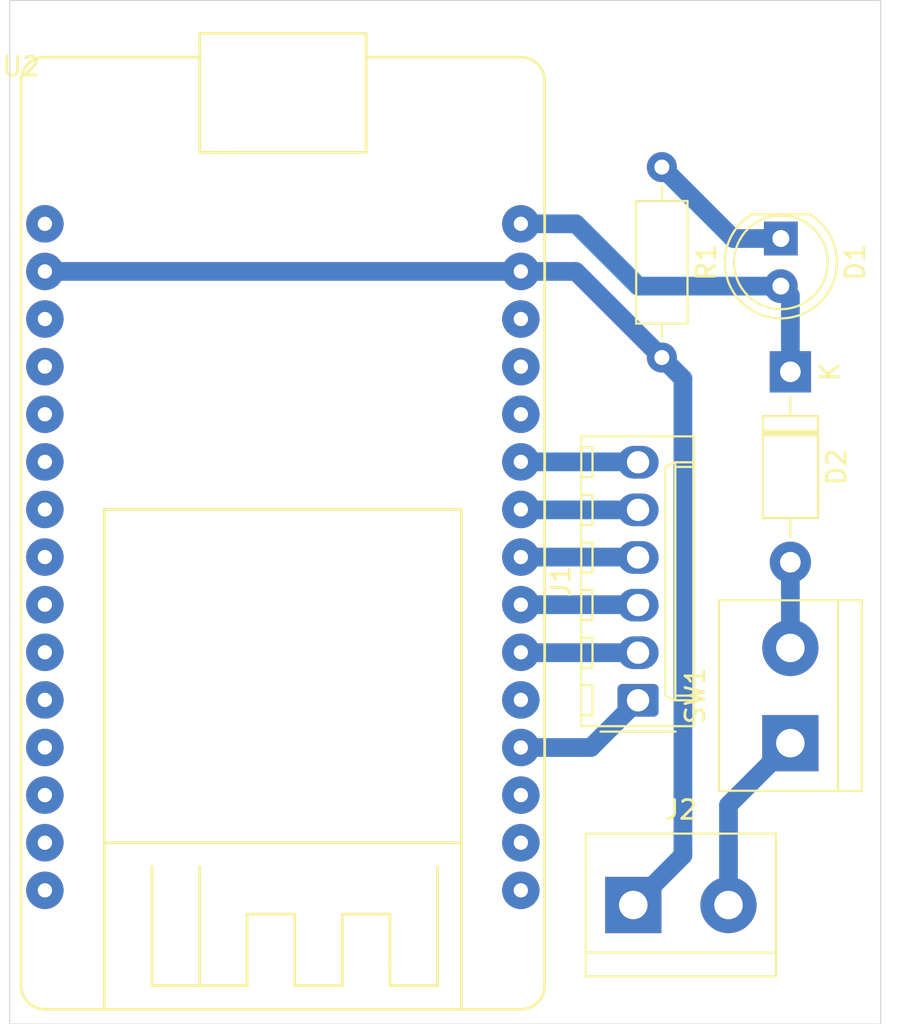
<source format=kicad_pcb>
(kicad_pcb (version 20240108) (generator "pcbnew") (generator_version "8.0")
  (layers (0 "F.Cu" signal) (31 "B.Cu" signal) (34 "B.Paste" user) (35 "F.Paste" user) (36 "B.SilkS" user "B.Silkscreen") (37 "F.SilkS" user "F.Silkscreen") (38 "B.Mask" user) (39 "F.Mask" user) (44 "Edge.Cuts" user))
  (net 0 "")
  (net 1 "+5V")
  (net 2 "Net-(D2-A)")
  (net 3 "AIN2 MONSTER SHIELD")
  (net 4 "PWM A MONSTER SHIELD")
  (net 5 "PWM B MONSTER SHIELD")
  (net 6 "BIN 1 MONSTER SHIELD")
  (net 7 "AIN1 MONSTER SHIELD")
  (net 8 "BIN 2 MONSTER SHIELD")
  (net 9 "GND")
  (net 10 "Net-(J2-Pin_2)")
  (net 32 "Net-(D1-K)")
  (footprint "Diode_THT:D_DO-41_SOD81_P10.16mm_Horizontal" (layer "F.Cu") (at 141.732 62.484 -90)
    (property "Reference" "D2" (at 5.08 -2.47 90) (layer "F.SilkS"))
    (property "Value" "1N4007")
    (fp_line (start 2.36 1.47) (end 7.8 1.47) (stroke (width 0.12)) (layer "F.SilkS"))
    (fp_line (start 7.8 1.47) (end 7.8 -1.47) (stroke (width 0.12)) (layer "F.SilkS"))
    (fp_line (start 1.34 0) (end 2.36 0) (stroke (width 0.12)) (layer "F.SilkS"))
    (fp_line (start 8.82 0) (end 7.8 0) (stroke (width 0.12)) (layer "F.SilkS"))
    (fp_line (start 2.36 -1.47) (end 2.36 1.47) (stroke (width 0.12)) (layer "F.SilkS"))
    (fp_line (start 3.14 -1.47) (end 3.14 1.47) (stroke (width 0.12)) (layer "F.SilkS"))
    (fp_line (start 3.26 -1.47) (end 3.26 1.47) (stroke (width 0.12)) (layer "F.SilkS"))
    (fp_line (start 3.38 -1.47) (end 3.38 1.47) (stroke (width 0.12)) (layer "F.SilkS"))
    (fp_line (start 7.8 -1.47) (end 2.36 -1.47) (stroke (width 0.12)) (layer "F.SilkS"))
    (fp_text user "K" (at 0 -2.1 90) (layer "F.SilkS"))
    (pad "1" thru_hole rect (at 0 0 270) (size 2.2 2.2) (drill 1.1) (layers "*.Cu" "*.Mask") (net 1 "+5V"))
    (pad "2" thru_hole oval (at 10.16 0 270) (size 2.2 2.2) (drill 1.1) (layers "*.Cu" "*.Mask") (net 2 "Net-(D2-A)"))
  )
  (footprint "LED_THT:LED_D5.0mm" (layer "F.Cu") (at 141.224 55.372 -90)
    (property "Reference" "D1" (at 1.27 -3.96 90) (layer "F.SilkS"))
    (property "Value" "Led Prendido")
    (fp_line (start -1.29 -1.545) (end -1.29 1.545) (stroke (width 0.12)) (layer "F.SilkS"))
    (fp_arc (start 4.26 -0.000462) (mid 2.072002 2.880433) (end -1.29 1.54483) (stroke (width 0.12)) (layer "F.SilkS"))
    (fp_arc (start -1.29 -1.54483) (mid 2.072002 -2.880433) (end 4.26 0.000462) (stroke (width 0.12)) (layer "F.SilkS"))
    (fp_circle (center 1.27 0) (end 3.77 0) (stroke (width 0.12)) (fill none) (layer "F.SilkS"))
    (pad "1" thru_hole rect (at 0 0 270) (size 1.8 1.8) (drill 0.9) (layers "*.Cu" "*.Mask") (net 32 "Net-(D1-K)"))
    (pad "2" thru_hole circle (at 2.54 0 270) (size 1.8 1.8) (drill 0.9) (layers "*.Cu" "*.Mask") (net 1 "+5V"))
  )
  (footprint "Resistor_THT:R_Axial_DIN0207_L6.3mm_D2.5mm_P10.16mm_Horizontal" (layer "F.Cu") (at 134.874 51.562 -90)
    (property "Reference" "R1" (at 5.08 -2.37 -90) (layer "F.SilkS"))
    (property "Value" "220")
    (fp_line (start 1.81 1.37) (end 8.35 1.37) (stroke (width 0.12)) (layer "F.SilkS"))
    (fp_line (start 8.35 1.37) (end 8.35 -1.37) (stroke (width 0.12)) (layer "F.SilkS"))
    (fp_line (start 1.04 0) (end 1.81 0) (stroke (width 0.12)) (layer "F.SilkS"))
    (fp_line (start 9.12 0) (end 8.35 0) (stroke (width 0.12)) (layer "F.SilkS"))
    (fp_line (start 1.81 -1.37) (end 1.81 1.37) (stroke (width 0.12)) (layer "F.SilkS"))
    (fp_line (start 8.35 -1.37) (end 1.81 -1.37) (stroke (width 0.12)) (layer "F.SilkS"))
    (pad "1" thru_hole circle (at 0 0 270) (size 1.6 1.6) (drill 0.8) (layers "*.Cu" "*.Mask") (net 32 "Net-(D1-K)"))
    (pad "2" thru_hole oval (at 10.16 0 270) (size 1.6 1.6) (drill 0.8) (layers "*.Cu" "*.Mask") (net 9 "GND"))
  )
  (footprint "Connector_Molex:Molex_KK-254_AE-6410-06A_1x06_P2.54mm_Vertical" (layer "F.Cu") (at 133.604 80.01 90)
    (property "Reference" "J1" (at 6.35 -4.12 90) (layer "F.SilkS"))
    (property "Value" "Pines Motores")
    (fp_line (start 14.08 -3.03) (end -1.38 -3.03) (stroke (width 0.12)) (layer "F.SilkS"))
    (fp_line (start 11.9 -3.03) (end 11.9 -2.43) (stroke (width 0.12)) (layer "F.SilkS"))
    (fp_line (start 9.36 -3.03) (end 9.36 -2.43) (stroke (width 0.12)) (layer "F.SilkS"))
    (fp_line (start 6.82 -3.03) (end 6.82 -2.43) (stroke (width 0.12)) (layer "F.SilkS"))
    (fp_line (start 4.28 -3.03) (end 4.28 -2.43) (stroke (width 0.12)) (layer "F.SilkS"))
    (fp_line (start 1.74 -3.03) (end 1.74 -2.43) (stroke (width 0.12)) (layer "F.SilkS"))
    (fp_line (start -0.8 -3.03) (end -0.8 -2.43) (stroke (width 0.12)) (layer "F.SilkS"))
    (fp_line (start -1.38 -3.03) (end -1.38 2.99) (stroke (width 0.12)) (layer "F.SilkS"))
    (fp_line (start 13.5 -2.43) (end 13.5 -3.03) (stroke (width 0.12)) (layer "F.SilkS"))
    (fp_line (start 11.9 -2.43) (end 13.5 -2.43) (stroke (width 0.12)) (layer "F.SilkS"))
    (fp_line (start 10.96 -2.43) (end 10.96 -3.03) (stroke (width 0.12)) (layer "F.SilkS"))
    (fp_line (start 9.36 -2.43) (end 10.96 -2.43) (stroke (width 0.12)) (layer "F.SilkS"))
    (fp_line (start 8.42 -2.43) (end 8.42 -3.03) (stroke (width 0.12)) (layer "F.SilkS"))
    (fp_line (start 6.82 -2.43) (end 8.42 -2.43) (stroke (width 0.12)) (layer "F.SilkS"))
    (fp_line (start 5.88 -2.43) (end 5.88 -3.03) (stroke (width 0.12)) (layer "F.SilkS"))
    (fp_line (start 4.28 -2.43) (end 5.88 -2.43) (stroke (width 0.12)) (layer "F.SilkS"))
    (fp_line (start 3.34 -2.43) (end 3.34 -3.03) (stroke (width 0.12)) (layer "F.SilkS"))
    (fp_line (start 1.74 -2.43) (end 3.34 -2.43) (stroke (width 0.12)) (layer "F.SilkS"))
    (fp_line (start 0.8 -2.43) (end 0.8 -3.03) (stroke (width 0.12)) (layer "F.SilkS"))
    (fp_line (start -0.8 -2.43) (end 0.8 -2.43) (stroke (width 0.12)) (layer "F.SilkS"))
    (fp_line (start -1.67 -2) (end -1.67 2) (stroke (width 0.12)) (layer "F.SilkS"))
    (fp_line (start 12.45 1.46) (end 12.7 1.99) (stroke (width 0.12)) (layer "F.SilkS"))
    (fp_line (start 0.25 1.46) (end 12.45 1.46) (stroke (width 0.12)) (layer "F.SilkS"))
    (fp_line (start 12.7 1.99) (end 12.7 2.99) (stroke (width 0.12)) (layer "F.SilkS"))
    (fp_line (start 0 1.99) (end 0.25 1.46) (stroke (width 0.12)) (layer "F.SilkS"))
    (fp_line (start 0 1.99) (end 12.7 1.99) (stroke (width 0.12)) (layer "F.SilkS"))
    (fp_line (start 14.08 2.99) (end 14.08 -3.03) (stroke (width 0.12)) (layer "F.SilkS"))
    (fp_line (start 12.45 2.99) (end 12.45 1.99) (stroke (width 0.12)) (layer "F.SilkS"))
    (fp_line (start 0.25 2.99) (end 0.25 1.99) (stroke (width 0.12)) (layer "F.SilkS"))
    (fp_line (start 0 2.99) (end 0 1.99) (stroke (width 0.12)) (layer "F.SilkS"))
    (fp_line (start -1.38 2.99) (end 14.08 2.99) (stroke (width 0.12)) (layer "F.SilkS"))
    (pad "1" thru_hole roundrect (at 0 0 90) (size 1.74 2.19) (drill 1.19) (layers "*.Cu" "*.Mask") (roundrect_rratio 0.143678) (net 6 "BIN 1 MONSTER SHIELD"))
    (pad "2" thru_hole oval (at 2.54 0 90) (size 1.74 2.19) (drill 1.19) (layers "*.Cu" "*.Mask") (net 4 "PWM A MONSTER SHIELD"))
    (pad "3" thru_hole oval (at 5.08 0 90) (size 1.74 2.19) (drill 1.19) (layers "*.Cu" "*.Mask") (net 5 "PWM B MONSTER SHIELD"))
    (pad "4" thru_hole oval (at 7.62 0 90) (size 1.74 2.19) (drill 1.19) (layers "*.Cu" "*.Mask") (net 7 "AIN1 MONSTER SHIELD"))
    (pad "5" thru_hole oval (at 10.16 0 90) (size 1.74 2.19) (drill 1.19) (layers "*.Cu" "*.Mask") (net 3 "AIN2 MONSTER SHIELD"))
    (pad "6" thru_hole oval (at 12.7 0 90) (size 1.74 2.19) (drill 1.19) (layers "*.Cu" "*.Mask") (net 8 "BIN 2 MONSTER SHIELD"))
  )
  (footprint "DOIT_ESP32:DOIT_ESP32_Devkit_mirko" (layer "F.Cu") (at 100.679 45.698)
    (property "Reference" "U2" (at 0 0.5 0) (layer "F.SilkS"))
    (property "Value" "ESP32-Devkit-V1")
    (fp_line (start 0 49.53) (end 0 1.27) (stroke (width 0.15)) (layer "F.SilkS"))
    (fp_line (start 1.27 50.8) (end 26.67 50.8) (stroke (width 0.15)) (layer "F.SilkS"))
    (fp_line (start 4.445 24.13) (end 23.495 24.13) (stroke (width 0.15)) (layer "F.SilkS"))
    (fp_line (start 4.445 50.8) (end 4.445 24.13) (stroke (width 0.15)) (layer "F.SilkS"))
    (fp_line (start 6.985 43.18) (end 6.985 49.53) (stroke (width 0.15)) (layer "F.SilkS"))
    (fp_line (start 6.985 49.53) (end 9.525 49.53) (stroke (width 0.15)) (layer "F.SilkS"))
    (fp_line (start 9.525 -1.27) (end 9.525 5.08) (stroke (width 0.15)) (layer "F.SilkS"))
    (fp_line (start 9.525 0) (end 1.27 0) (stroke (width 0.15)) (layer "F.SilkS"))
    (fp_line (start 9.525 5.08) (end 10.795 5.08) (stroke (width 0.15)) (layer "F.SilkS"))
    (fp_line (start 9.525 49.53) (end 9.525 43.18) (stroke (width 0.15)) (layer "F.SilkS"))
    (fp_line (start 9.525 49.53) (end 12.065 49.53) (stroke (width 0.15)) (layer "F.SilkS"))
    (fp_line (start 10.795 -1.27) (end 9.525 -1.27) (stroke (width 0.15)) (layer "F.SilkS"))
    (fp_line (start 12.065 -1.27) (end 10.795 -1.27) (stroke (width 0.15)) (layer "F.SilkS"))
    (fp_line (start 12.065 -1.27) (end 18.415 -1.27) (stroke (width 0.15)) (layer "F.SilkS"))
    (fp_line (start 12.065 45.72) (end 14.605 45.72) (stroke (width 0.15)) (layer "F.SilkS"))
    (fp_line (start 12.065 46.99) (end 12.065 45.72) (stroke (width 0.15)) (layer "F.SilkS"))
    (fp_line (start 12.065 49.53) (end 12.065 46.99) (stroke (width 0.15)) (layer "F.SilkS"))
    (fp_line (start 14.605 45.72) (end 14.605 49.53) (stroke (width 0.15)) (layer "F.SilkS"))
    (fp_line (start 14.605 49.53) (end 17.145 49.53) (stroke (width 0.15)) (layer "F.SilkS"))
    (fp_line (start 17.145 45.72) (end 19.685 45.72) (stroke (width 0.15)) (layer "F.SilkS"))
    (fp_line (start 17.145 49.53) (end 17.145 45.72) (stroke (width 0.15)) (layer "F.SilkS"))
    (fp_line (start 18.415 -1.27) (end 18.415 2.54) (stroke (width 0.15)) (layer "F.SilkS"))
    (fp_line (start 18.415 0) (end 26.67 0) (stroke (width 0.15)) (layer "F.SilkS"))
    (fp_line (start 18.415 3.81) (end 18.415 2.54) (stroke (width 0.15)) (layer "F.SilkS"))
    (fp_line (start 18.415 3.81) (end 18.415 5.08) (stroke (width 0.15)) (layer "F.SilkS"))
    (fp_line (start 18.415 5.08) (end 10.795 5.08) (stroke (width 0.15)) (layer "F.SilkS"))
    (fp_line (start 19.685 45.72) (end 19.685 48.26) (stroke (width 0.15)) (layer "F.SilkS"))
    (fp_line (start 19.685 48.26) (end 19.685 49.53) (stroke (width 0.15)) (layer "F.SilkS"))
    (fp_line (start 19.685 49.53) (end 22.225 49.53) (stroke (width 0.15)) (layer "F.SilkS"))
    (fp_line (start 22.225 49.53) (end 22.225 43.18) (stroke (width 0.15)) (layer "F.SilkS"))
    (fp_line (start 23.495 24.13) (end 23.495 50.8) (stroke (width 0.15)) (layer "F.SilkS"))
    (fp_line (start 23.495 41.91) (end 4.445 41.91) (stroke (width 0.15)) (layer "F.SilkS"))
    (fp_line (start 27.94 1.27) (end 27.94 49.53) (stroke (width 0.15)) (layer "F.SilkS"))
    (fp_arc (start 0 1.27) (mid 0.371974 0.371974) (end 1.27 0) (stroke (width 0.15)) (layer "F.SilkS"))
    (fp_arc (start 1.27 50.8) (mid 0.371974 50.428026) (end 0 49.53) (stroke (width 0.15)) (layer "F.SilkS"))
    (fp_arc (start 26.67 0) (mid 27.568026 0.371974) (end 27.94 1.27) (stroke (width 0.15)) (layer "F.SilkS"))
    (fp_arc (start 27.94 49.53) (mid 27.568026 50.428026) (end 26.67 50.8) (stroke (width 0.15)) (layer "F.SilkS"))
    (pad "1" thru_hole circle (at 26.67 8.89) (size 2 2) (drill 0.762) (layers "*.Cu" "*.Mask") (net 1 "+5V"))
    (pad "2" thru_hole circle (at 26.67 11.43) (size 2 2) (drill 0.762) (layers "*.Cu" "*.Mask") (net 9 "GND"))
    (pad "3" thru_hole circle (at 26.67 13.97) (size 2 2) (drill 0.762) (layers "*.Cu" "*.Mask"))
    (pad "4" thru_hole circle (at 26.67 16.51) (size 2 2) (drill 0.762) (layers "*.Cu" "*.Mask"))
    (pad "5" thru_hole circle (at 26.67 19.05) (size 2 2) (drill 0.762) (layers "*.Cu" "*.Mask"))
    (pad "6" thru_hole circle (at 26.67 21.59) (size 2 2) (drill 0.762) (layers "*.Cu" "*.Mask") (net 8 "BIN 2 MONSTER SHIELD"))
    (pad "7" thru_hole circle (at 26.67 24.13) (size 2 2) (drill 0.762) (layers "*.Cu" "*.Mask") (net 3 "AIN2 MONSTER SHIELD"))
    (pad "8" thru_hole circle (at 26.67 26.67) (size 2 2) (drill 0.762) (layers "*.Cu" "*.Mask") (net 7 "AIN1 MONSTER SHIELD"))
    (pad "9" thru_hole circle (at 26.67 29.21) (size 2 2) (drill 0.762) (layers "*.Cu" "*.Mask") (net 5 "PWM B MONSTER SHIELD"))
    (pad "10" thru_hole circle (at 26.67 31.75) (size 2 2) (drill 0.762) (layers "*.Cu" "*.Mask") (net 4 "PWM A MONSTER SHIELD"))
    (pad "11" thru_hole circle (at 26.67 34.29) (size 2 2) (drill 0.762) (layers "*.Cu" "*.Mask"))
    (pad "12" thru_hole circle (at 26.67 36.83) (size 2 2) (drill 0.762) (layers "*.Cu" "*.Mask") (net 6 "BIN 1 MONSTER SHIELD"))
    (pad "13" thru_hole circle (at 26.67 39.37) (size 2 2) (drill 0.762) (layers "*.Cu" "*.Mask"))
    (pad "14" thru_hole circle (at 26.67 41.91) (size 2 2) (drill 0.762) (layers "*.Cu" "*.Mask"))
    (pad "15" thru_hole circle (at 26.67 44.45) (size 2 2) (drill 0.762) (layers "*.Cu" "*.Mask"))
    (pad "16" thru_hole circle (at 1.27 44.45) (size 2 2) (drill 0.762) (layers "*.Cu" "*.Mask"))
    (pad "17" thru_hole circle (at 1.27 41.91) (size 2 2) (drill 0.762) (layers "*.Cu" "*.Mask"))
    (pad "18" thru_hole circle (at 1.27 39.37) (size 2 2) (drill 0.762) (layers "*.Cu" "*.Mask"))
    (pad "19" thru_hole circle (at 1.27 36.83) (size 2 2) (drill 0.762) (layers "*.Cu" "*.Mask"))
    (pad "20" thru_hole circle (at 1.27 34.29) (size 2 2) (drill 0.762) (layers "*.Cu" "*.Mask"))
    (pad "21" thru_hole circle (at 1.27 31.75) (size 2 2) (drill 0.762) (layers "*.Cu" "*.Mask"))
    (pad "22" thru_hole circle (at 1.27 29.21) (size 2 2) (drill 0.762) (layers "*.Cu" "*.Mask"))
    (pad "23" thru_hole circle (at 1.27 26.67) (size 2 2) (drill 0.762) (layers "*.Cu" "*.Mask"))
    (pad "24" thru_hole circle (at 1.27 24.13) (size 2 2) (drill 0.762) (layers "*.Cu" "*.Mask"))
    (pad "25" thru_hole circle (at 1.27 21.59) (size 2 2) (drill 0.762) (layers "*.Cu" "*.Mask"))
    (pad "26" thru_hole circle (at 1.27 19.05) (size 2 2) (drill 0.762) (layers "*.Cu" "*.Mask"))
    (pad "27" thru_hole circle (at 1.27 16.51) (size 2 2) (drill 0.762) (layers "*.Cu" "*.Mask"))
    (pad "28" thru_hole circle (at 1.27 13.97) (size 2 2) (drill 0.762) (layers "*.Cu" "*.Mask"))
    (pad "29" thru_hole circle (at 1.27 11.43) (size 2 2) (drill 0.762) (layers "*.Cu" "*.Mask") (net 9 "GND"))
    (pad "30" thru_hole circle (at 1.27 8.89) (size 2 2) (drill 0.762) (layers "*.Cu" "*.Mask"))
  )
  (footprint "TerminalBlock:TerminalBlock_bornier-2_P5.08mm" (layer "F.Cu") (at 133.35 90.932)
    (property "Reference" "J2" (at 2.54 -5.08 360) (layer "F.SilkS"))
    (property "Value" "Screw_Terminal_01x02")
    (fp_line (start -2.54 -3.81) (end -2.54 3.81) (stroke (width 0.12)) (layer "F.SilkS"))
    (fp_line (start -2.54 3.81) (end 7.62 3.81) (stroke (width 0.12)) (layer "F.SilkS"))
    (fp_line (start 7.62 -3.81) (end -2.54 -3.81) (stroke (width 0.12)) (layer "F.SilkS"))
    (fp_line (start 7.62 2.54) (end -2.54 2.54) (stroke (width 0.12)) (layer "F.SilkS"))
    (fp_line (start 7.62 3.81) (end 7.62 -3.81) (stroke (width 0.12)) (layer "F.SilkS"))
    (pad "1" thru_hole rect (at 0 0) (size 3 3) (drill 1.52) (layers "*.Cu" "*.Mask") (net 9 "GND"))
    (pad "2" thru_hole circle (at 5.08 0) (size 3 3) (drill 1.52) (layers "*.Cu" "*.Mask") (net 10 "Net-(J2-Pin_2)"))
  )
  (footprint "TerminalBlock:TerminalBlock_bornier-2_P5.08mm" (layer "F.Cu") (at 141.732 82.296 90)
    (property "Reference" "SW1" (at 2.54 -5.08 90) (layer "F.SilkS"))
    (property "Value" "SW ON/OFF")
    (fp_line (start 7.62 -3.81) (end -2.54 -3.81) (stroke (width 0.12)) (layer "F.SilkS"))
    (fp_line (start -2.54 -3.81) (end -2.54 3.81) (stroke (width 0.12)) (layer "F.SilkS"))
    (fp_line (start 7.62 2.54) (end -2.54 2.54) (stroke (width 0.12)) (layer "F.SilkS"))
    (fp_line (start 7.62 3.81) (end 7.62 -3.81) (stroke (width 0.12)) (layer "F.SilkS"))
    (fp_line (start -2.54 3.81) (end 7.62 3.81) (stroke (width 0.12)) (layer "F.SilkS"))
    (pad "1" thru_hole rect (at 0 0 90) (size 3 3) (drill 1.52) (layers "*.Cu" "*.Mask") (net 10 "Net-(J2-Pin_2)"))
    (pad "2" thru_hole circle (at 5.08 0 90) (size 3 3) (drill 1.52) (layers "*.Cu" "*.Mask") (net 2 "Net-(D2-A)"))
  )
  (gr_rect (start 100.076 42.672) (end 146.558 97.282) (stroke (width 0.05)) (fill none) (layer "Edge.Cuts"))
  (segment (start 133.609584 57.912) (end 141.224 57.912) (width 1) (layer "B.Cu") (net 1))
  (segment (start 127.349 54.588) (end 130.285584 54.588) (width 1) (layer "B.Cu") (net 1))
  (segment (start 141.732 58.42) (end 141.224 57.912) (width 1) (layer "B.Cu") (net 1))
  (segment (start 130.285584 54.588) (end 133.609584 57.912) (width 1) (layer "B.Cu") (net 1))
  (segment (start 127.581 54.356) (end 127.349 54.588) (width 1) (layer "B.Cu") (net 1))
  (segment (start 141.732 62.484) (end 141.732 58.42) (width 1) (layer "B.Cu") (net 1))
  (segment (start 141.732 77.216) (end 141.732 72.644) (width 1) (layer "B.Cu") (net 2))
  (segment (start 133.604 69.85) (end 127.371 69.85) (width 1) (layer "B.Cu") (net 3))
  (segment (start 127.371 69.85) (end 127.349 69.828) (width 1) (layer "B.Cu") (net 3))
  (segment (start 133.604 77.47) (end 127.371 77.47) (width 1) (layer "B.Cu") (net 4))
  (segment (start 127.371 77.47) (end 127.349 77.448) (width 1) (layer "B.Cu") (net 4))
  (segment (start 127.349 74.908) (end 133.582 74.908) (width 1) (layer "B.Cu") (net 5))
  (segment (start 133.582 74.908) (end 133.604 74.93) (width 1) (layer "B.Cu") (net 5))
  (segment (start 131.086 82.528) (end 133.604 80.01) (width 1) (layer "B.Cu") (net 6))
  (segment (start 127.349 82.528) (end 131.086 82.528) (width 1) (layer "B.Cu") (net 6))
  (segment (start 127.349 72.368) (end 133.582 72.368) (width 1) (layer "B.Cu") (net 7))
  (segment (start 133.582 72.368) (end 133.604 72.39) (width 1) (layer "B.Cu") (net 7))
  (segment (start 133.582 67.288) (end 133.604 67.31) (width 1) (layer "B.Cu") (net 8))
  (segment (start 127.349 67.288) (end 133.582 67.288) (width 1) (layer "B.Cu") (net 8))
  (segment (start 134.874 61.722) (end 130.28 57.128) (width 1) (layer "B.Cu") (net 9))
  (segment (start 127.371 57.15) (end 127.349 57.128) (width 1) (layer "B.Cu") (net 9))
  (segment (start 135.999 88.283) (end 133.35 90.932) (width 1) (layer "B.Cu") (net 9))
  (segment (start 134.874 61.722) (end 135.999 62.847) (width 1) (layer "B.Cu") (net 9))
  (segment (start 101.949 57.128) (end 127.349 57.128) (width 1) (layer "B.Cu") (net 9))
  (segment (start 135.999 62.847) (end 135.999 88.283) (width 1) (layer "B.Cu") (net 9))
  (segment (start 130.28 57.128) (end 127.349 57.128) (width 1) (layer "B.Cu") (net 9))
  (segment (start 138.43 90.932) (end 138.43 85.598) (width 1) (layer "B.Cu") (net 10))
  (segment (start 138.43 85.598) (end 141.732 82.296) (width 1) (layer "B.Cu") (net 10))
  (segment (start 138.684 55.372) (end 134.874 51.562) (width 1) (layer "B.Cu") (net 32))
  (segment (start 141.224 55.372) (end 138.684 55.372) (width 1) (layer "B.Cu") (net 32))
)
</source>
